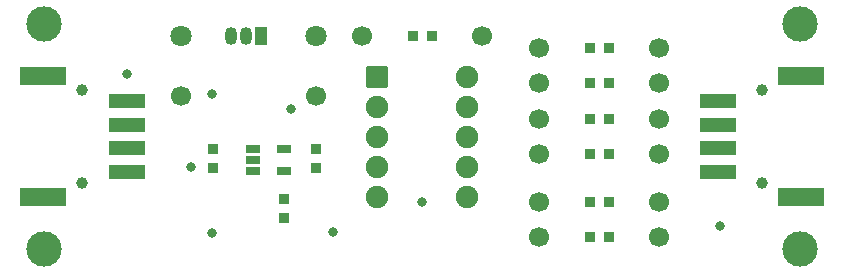
<source format=gbr>
%TF.GenerationSoftware,KiCad,Pcbnew,7.0.10*%
%TF.CreationDate,2024-04-17T13:25:17+09:00*%
%TF.ProjectId,HD-AK4316,48442d41-4b34-4333-9136-2e6b69636164,rev?*%
%TF.SameCoordinates,PX7735940PY47868c0*%
%TF.FileFunction,Soldermask,Top*%
%TF.FilePolarity,Negative*%
%FSLAX46Y46*%
G04 Gerber Fmt 4.6, Leading zero omitted, Abs format (unit mm)*
G04 Created by KiCad (PCBNEW 7.0.10) date 2024-04-17 13:25:17*
%MOMM*%
%LPD*%
G01*
G04 APERTURE LIST*
G04 Aperture macros list*
%AMRoundRect*
0 Rectangle with rounded corners*
0 $1 Rounding radius*
0 $2 $3 $4 $5 $6 $7 $8 $9 X,Y pos of 4 corners*
0 Add a 4 corners polygon primitive as box body*
4,1,4,$2,$3,$4,$5,$6,$7,$8,$9,$2,$3,0*
0 Add four circle primitives for the rounded corners*
1,1,$1+$1,$2,$3*
1,1,$1+$1,$4,$5*
1,1,$1+$1,$6,$7*
1,1,$1+$1,$8,$9*
0 Add four rect primitives between the rounded corners*
20,1,$1+$1,$2,$3,$4,$5,0*
20,1,$1+$1,$4,$5,$6,$7,0*
20,1,$1+$1,$6,$7,$8,$9,0*
20,1,$1+$1,$8,$9,$2,$3,0*%
G04 Aperture macros list end*
%ADD10C,1.700000*%
%ADD11RoundRect,0.050000X-0.400000X-0.400000X0.400000X-0.400000X0.400000X0.400000X-0.400000X0.400000X0*%
%ADD12RoundRect,0.150000X-0.800000X0.800000X-0.800000X-0.800000X0.800000X-0.800000X0.800000X0.800000X0*%
%ADD13C,1.900000*%
%ADD14R,1.016000X1.524000*%
%ADD15O,1.016000X1.524000*%
%ADD16RoundRect,0.050000X0.400000X0.400000X-0.400000X0.400000X-0.400000X-0.400000X0.400000X-0.400000X0*%
%ADD17C,3.000000*%
%ADD18C,1.800000*%
%ADD19RoundRect,0.050000X-0.400000X0.400000X-0.400000X-0.400000X0.400000X-0.400000X0.400000X0.400000X0*%
%ADD20RoundRect,0.050000X-1.900000X0.750000X-1.900000X-0.750000X1.900000X-0.750000X1.900000X0.750000X0*%
%ADD21C,1.000000*%
%ADD22RoundRect,0.050000X-1.500000X0.550000X-1.500000X-0.550000X1.500000X-0.550000X1.500000X0.550000X0*%
%ADD23RoundRect,0.050000X1.900000X-0.750000X1.900000X0.750000X-1.900000X0.750000X-1.900000X-0.750000X0*%
%ADD24RoundRect,0.050000X1.500000X-0.550000X1.500000X0.550000X-1.500000X0.550000X-1.500000X-0.550000X0*%
%ADD25RoundRect,0.050000X-0.550000X0.300000X-0.550000X-0.300000X0.550000X-0.300000X0.550000X0.300000X0*%
%ADD26C,0.800000*%
G04 APERTURE END LIST*
D10*
%TO.C,R7*%
X44920000Y11000000D03*
D11*
X49200000Y11000000D03*
X50800000Y11000000D03*
D10*
X55080000Y11000000D03*
%TD*%
D12*
%TO.C,U1*%
X31190000Y17580000D03*
D13*
X31190000Y15040000D03*
X31190000Y12500000D03*
X31190000Y9960000D03*
X31190000Y7420000D03*
X38810000Y7420000D03*
X38810000Y9960000D03*
X38810000Y12500000D03*
X38810000Y15040000D03*
X38810000Y17580000D03*
%TD*%
D14*
%TO.C,U3*%
X21340000Y21000000D03*
D15*
X20070000Y21000000D03*
X18800000Y21000000D03*
%TD*%
D10*
%TO.C,R1*%
X29920000Y21000000D03*
D11*
X34200000Y21000000D03*
X35800000Y21000000D03*
D10*
X40080000Y21000000D03*
%TD*%
%TO.C,R4*%
X55080000Y20000000D03*
D16*
X50800000Y20000000D03*
X49200000Y20000000D03*
D10*
X44920000Y20000000D03*
%TD*%
D17*
%TO.C,REF\u002A\u002A*%
X67000000Y22000000D03*
%TD*%
D18*
%TO.C,C4*%
X14600000Y21000000D03*
D10*
X14600000Y15920000D03*
%TD*%
D19*
%TO.C,C1*%
X17300000Y11450000D03*
X17300000Y9850000D03*
%TD*%
D17*
%TO.C,REF\u002A\u002A*%
X3000000Y22000000D03*
%TD*%
D20*
%TO.C,CN1*%
X2900000Y17650000D03*
D21*
X6200000Y16450000D03*
X6200000Y8550000D03*
D20*
X2900000Y7350000D03*
D22*
X10000000Y9500000D03*
X10000000Y11500000D03*
X10000000Y13500000D03*
X10000000Y15500000D03*
%TD*%
D19*
%TO.C,C2*%
X23300000Y7200000D03*
X23300000Y5600000D03*
%TD*%
D23*
%TO.C,CN2*%
X67100000Y7350000D03*
D21*
X63800000Y8550000D03*
X63800000Y16450000D03*
D23*
X67100000Y17650000D03*
D24*
X60000000Y15500000D03*
X60000000Y13500000D03*
X60000000Y11500000D03*
X60000000Y9500000D03*
%TD*%
D18*
%TO.C,C5*%
X26000000Y21000000D03*
D10*
X26000000Y15920000D03*
%TD*%
D17*
%TO.C,REF\u002A\u002A*%
X3000000Y3000000D03*
%TD*%
D19*
%TO.C,C3*%
X26000000Y11450000D03*
X26000000Y9850000D03*
%TD*%
D10*
%TO.C,R2*%
X55080000Y7000000D03*
D16*
X50800000Y7000000D03*
X49200000Y7000000D03*
D10*
X44920000Y7000000D03*
%TD*%
D17*
%TO.C,REF\u002A\u002A*%
X67000000Y3000000D03*
%TD*%
D10*
%TO.C,R6*%
X55080000Y14000000D03*
D16*
X50800000Y14000000D03*
X49200000Y14000000D03*
D10*
X44920000Y14000000D03*
%TD*%
%TO.C,R5*%
X44920000Y17000000D03*
D11*
X49200000Y17000000D03*
X50800000Y17000000D03*
D10*
X55080000Y17000000D03*
%TD*%
%TO.C,R3*%
X55080000Y4000000D03*
D16*
X50800000Y4000000D03*
X49200000Y4000000D03*
D10*
X44920000Y4000000D03*
%TD*%
D25*
%TO.C,U2*%
X20700000Y11450000D03*
X20700000Y10500000D03*
X20700000Y9550000D03*
X23300000Y9550000D03*
X23300000Y11450000D03*
%TD*%
D26*
X17200000Y16100000D03*
X17200000Y4300000D03*
X27400000Y4460000D03*
X35000000Y7000000D03*
X23900000Y14800000D03*
X60200000Y4900000D03*
X10000000Y17800000D03*
X15400000Y9900000D03*
M02*

</source>
